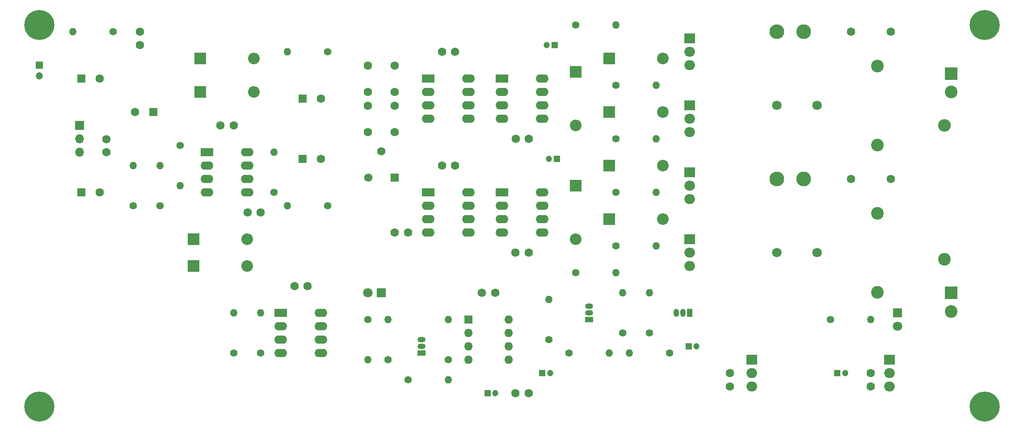
<source format=gbr>
%TF.GenerationSoftware,KiCad,Pcbnew,8.0.1*%
%TF.CreationDate,2024-06-11T22:01:04-04:00*%
%TF.ProjectId,classd-amp,636c6173-7364-42d6-916d-702e6b696361,rev?*%
%TF.SameCoordinates,Original*%
%TF.FileFunction,Soldermask,Top*%
%TF.FilePolarity,Negative*%
%FSLAX46Y46*%
G04 Gerber Fmt 4.6, Leading zero omitted, Abs format (unit mm)*
G04 Created by KiCad (PCBNEW 8.0.1) date 2024-06-11 22:01:04*
%MOMM*%
%LPD*%
G01*
G04 APERTURE LIST*
%ADD10C,1.400000*%
%ADD11O,1.400000X1.400000*%
%ADD12R,2.000000X1.905000*%
%ADD13O,2.000000X1.905000*%
%ADD14R,2.200000X2.200000*%
%ADD15O,2.200000X2.200000*%
%ADD16C,1.600000*%
%ADD17C,1.800000*%
%ADD18R,1.350000X1.350000*%
%ADD19O,1.350000X1.350000*%
%ADD20R,2.400000X1.600000*%
%ADD21O,2.400000X1.600000*%
%ADD22R,1.800000X1.800000*%
%ADD23C,2.800000*%
%ADD24O,2.800000X2.800000*%
%ADD25R,1.600000X1.600000*%
%ADD26C,5.700000*%
%ADD27C,2.400000*%
%ADD28R,2.400000X2.400000*%
%ADD29R,1.700000X1.700000*%
%ADD30O,1.700000X1.700000*%
%ADD31O,1.600000X1.600000*%
%ADD32R,1.500000X1.050000*%
%ADD33O,1.500000X1.050000*%
%ADD34R,1.200000X1.200000*%
%ADD35C,1.200000*%
%ADD36R,1.050000X1.500000*%
%ADD37O,1.050000X1.500000*%
%ADD38O,2.400000X2.400000*%
%ADD39R,1.560000X1.560000*%
%ADD40C,1.560000*%
G04 APERTURE END LIST*
D10*
%TO.C,R8*%
X180340000Y-67310000D03*
D11*
X187960000Y-67310000D03*
%TD*%
D12*
%TO.C,Q3*%
X201930000Y-48260000D03*
D13*
X201930000Y-50800000D03*
X201930000Y-53340000D03*
%TD*%
D14*
%TO.C,D2*%
X180340000Y-50800000D03*
D15*
X180340000Y-60960000D03*
%TD*%
D16*
%TO.C,C23*%
X239970000Y-21590000D03*
X232470000Y-21590000D03*
%TD*%
D17*
%TO.C,L1*%
X218440000Y-63500000D03*
X226060000Y-63500000D03*
%TD*%
D10*
%TO.C,R11*%
X187960000Y-52070000D03*
D11*
X195580000Y-52070000D03*
%TD*%
D14*
%TO.C,D17*%
X109220000Y-33020000D03*
D15*
X119380000Y-33020000D03*
%TD*%
D18*
%TO.C,INPUT*%
X78740000Y-27940000D03*
D19*
X78740000Y-29940000D03*
%TD*%
D12*
%TO.C,Q4*%
X201930000Y-60960000D03*
D13*
X201930000Y-63500000D03*
X201930000Y-66040000D03*
%TD*%
D10*
%TO.C,R12*%
X187960000Y-62230000D03*
D11*
X195580000Y-62230000D03*
%TD*%
D20*
%TO.C,U1*%
X110475000Y-44460000D03*
D21*
X110475000Y-47000000D03*
X110475000Y-49540000D03*
X110475000Y-52080000D03*
X118095000Y-52080000D03*
X118095000Y-49540000D03*
X118095000Y-47000000D03*
X118095000Y-44460000D03*
%TD*%
D10*
%TO.C,R21*%
X140970000Y-76200000D03*
D11*
X140970000Y-83820000D03*
%TD*%
D14*
%TO.C,D15*%
X107950000Y-60960000D03*
D15*
X118110000Y-60960000D03*
%TD*%
D16*
%TO.C,C3*%
X113030000Y-39370000D03*
X115530000Y-39370000D03*
%TD*%
%TO.C,C14*%
X171410000Y-63500000D03*
X168910000Y-63500000D03*
%TD*%
D10*
%TO.C,R9*%
X187960000Y-31750000D03*
D11*
X195580000Y-31750000D03*
%TD*%
D10*
%TO.C,R25*%
X148590000Y-87630000D03*
D11*
X156210000Y-87630000D03*
%TD*%
D10*
%TO.C,R15*%
X120665000Y-82550000D03*
D11*
X120665000Y-74930000D03*
%TD*%
D16*
%TO.C,C30*%
X171410000Y-90170000D03*
X168910000Y-90170000D03*
%TD*%
D22*
%TO.C,D7*%
X143510000Y-71120000D03*
D17*
X140970000Y-71120000D03*
%TD*%
D23*
%TO.C,R13*%
X223520000Y-21590000D03*
D24*
X218440000Y-21590000D03*
%TD*%
D14*
%TO.C,D1*%
X180340000Y-29210000D03*
D15*
X180340000Y-39370000D03*
%TD*%
D12*
%TO.C,Q2*%
X201930000Y-35560000D03*
D13*
X201930000Y-38100000D03*
X201930000Y-40640000D03*
%TD*%
D16*
%TO.C,C10*%
X140970000Y-32980000D03*
X140970000Y-27980000D03*
%TD*%
%TO.C,C13*%
X171450000Y-41910000D03*
X168950000Y-41910000D03*
%TD*%
D10*
%TO.C,R16*%
X115570000Y-82560000D03*
D11*
X115570000Y-74940000D03*
%TD*%
D25*
%TO.C,C5*%
X128580000Y-34290000D03*
D16*
X132080000Y-34290000D03*
%TD*%
D10*
%TO.C,R10*%
X187960000Y-41910000D03*
D11*
X195580000Y-41910000D03*
%TD*%
D10*
%TO.C,R22*%
X144780000Y-83820000D03*
D11*
X144780000Y-76200000D03*
%TD*%
D26*
%TO.C,REF\u002A\u002A*%
X257810000Y-20320000D03*
%TD*%
D10*
%TO.C,R41*%
X92710000Y-21590000D03*
D11*
X85090000Y-21590000D03*
%TD*%
D14*
%TO.C,D18*%
X109220000Y-26670000D03*
D15*
X119380000Y-26670000D03*
%TD*%
D12*
%TO.C,U8*%
X213685000Y-83820000D03*
D13*
X213685000Y-86360000D03*
X213685000Y-88900000D03*
%TD*%
D20*
%TO.C,U9*%
X124445000Y-74940000D03*
D21*
X124445000Y-77480000D03*
X124445000Y-80020000D03*
X124445000Y-82560000D03*
X132065000Y-82560000D03*
X132065000Y-80020000D03*
X132065000Y-77480000D03*
X132065000Y-74940000D03*
%TD*%
D27*
%TO.C,C21*%
X237490000Y-71000000D03*
X237490000Y-56000000D03*
%TD*%
D16*
%TO.C,C27*%
X209550000Y-88860000D03*
X209550000Y-86360000D03*
%TD*%
%TO.C,C25*%
X236220000Y-88860000D03*
X236220000Y-86360000D03*
%TD*%
D12*
%TO.C,U7*%
X239776000Y-83820000D03*
D13*
X239776000Y-86360000D03*
X239776000Y-88900000D03*
%TD*%
D10*
%TO.C,R24*%
X175260000Y-80010000D03*
D11*
X175260000Y-72390000D03*
%TD*%
D28*
%TO.C,J3*%
X251460000Y-29520000D03*
D27*
X251460000Y-33020000D03*
%TD*%
D16*
%TO.C,C24*%
X239970000Y-49530000D03*
X232470000Y-49530000D03*
%TD*%
%TO.C,C9*%
X146050000Y-35600000D03*
X146050000Y-40600000D03*
%TD*%
%TO.C,C12*%
X154965000Y-47000000D03*
X157465000Y-47000000D03*
%TD*%
D29*
%TO.C,RV1*%
X86360000Y-39370000D03*
D30*
X86360000Y-41910000D03*
X86360000Y-44450000D03*
%TD*%
D25*
%TO.C,U3*%
X160030000Y-76210000D03*
D31*
X160030000Y-78750000D03*
X160030000Y-81290000D03*
X160030000Y-83830000D03*
X167650000Y-83830000D03*
X167650000Y-81290000D03*
X167650000Y-78750000D03*
X167650000Y-76210000D03*
%TD*%
D10*
%TO.C,R43*%
X179070000Y-82550000D03*
D11*
X186690000Y-82550000D03*
%TD*%
D14*
%TO.C,D3*%
X186690000Y-26670000D03*
D15*
X196850000Y-26670000D03*
%TD*%
D32*
%TO.C,Q7*%
X151130000Y-82550000D03*
D33*
X151130000Y-81280000D03*
X151130000Y-80010000D03*
%TD*%
D25*
%TO.C,C4*%
X86670000Y-52070000D03*
D16*
X90170000Y-52070000D03*
%TD*%
D14*
%TO.C,D16*%
X107950000Y-66040000D03*
D15*
X118110000Y-66040000D03*
%TD*%
D20*
%TO.C,U2*%
X152385000Y-30490000D03*
D21*
X152385000Y-33030000D03*
X152385000Y-35570000D03*
X152385000Y-38110000D03*
X160005000Y-38110000D03*
X160005000Y-35570000D03*
X160005000Y-33030000D03*
X160005000Y-30490000D03*
%TD*%
D20*
%TO.C,U4*%
X152385000Y-52080000D03*
D21*
X152385000Y-54620000D03*
X152385000Y-57160000D03*
X152385000Y-59700000D03*
X160005000Y-59700000D03*
X160005000Y-57160000D03*
X160005000Y-54620000D03*
X160005000Y-52080000D03*
%TD*%
D16*
%TO.C,C17*%
X165060000Y-71120000D03*
X162560000Y-71120000D03*
%TD*%
D28*
%TO.C,J1*%
X251460000Y-71120000D03*
D27*
X251460000Y-74620000D03*
%TD*%
D34*
%TO.C,C29*%
X173990000Y-86360000D03*
D35*
X175490000Y-86360000D03*
%TD*%
D14*
%TO.C,D6*%
X186690000Y-57150000D03*
D15*
X196850000Y-57150000D03*
%TD*%
D20*
%TO.C,U6*%
X166355000Y-52080000D03*
D21*
X166355000Y-54620000D03*
X166355000Y-57160000D03*
X166355000Y-59700000D03*
X173975000Y-59700000D03*
X173975000Y-57160000D03*
X173975000Y-54620000D03*
X173975000Y-52080000D03*
%TD*%
D16*
%TO.C,C8*%
X146050000Y-32980000D03*
X146050000Y-27980000D03*
%TD*%
D20*
%TO.C,U5*%
X166355000Y-30490000D03*
D21*
X166355000Y-33030000D03*
X166355000Y-35570000D03*
X166355000Y-38110000D03*
X173975000Y-38110000D03*
X173975000Y-35570000D03*
X173975000Y-33030000D03*
X173975000Y-30490000D03*
%TD*%
D36*
%TO.C,Q5*%
X201930000Y-74930000D03*
D37*
X200660000Y-74930000D03*
X199390000Y-74930000D03*
%TD*%
D10*
%TO.C,R4*%
X123190000Y-52070000D03*
D11*
X123190000Y-44450000D03*
%TD*%
D14*
%TO.C,D4*%
X186690000Y-36830000D03*
D15*
X196850000Y-36830000D03*
%TD*%
D10*
%TO.C,R19*%
X194310000Y-78740000D03*
D11*
X194310000Y-71120000D03*
%TD*%
D26*
%TO.C,*%
X78740000Y-92710000D03*
%TD*%
D25*
%TO.C,C6*%
X128580000Y-45720000D03*
D16*
X132080000Y-45720000D03*
%TD*%
D12*
%TO.C,Q1*%
X201930000Y-22860000D03*
D13*
X201930000Y-25400000D03*
X201930000Y-27940000D03*
%TD*%
D16*
%TO.C,C11*%
X140970000Y-40600000D03*
X140970000Y-35600000D03*
%TD*%
%TO.C,C58*%
X91440000Y-41950000D03*
X91440000Y-44450000D03*
%TD*%
%TO.C,C32*%
X127025000Y-69860000D03*
X129525000Y-69860000D03*
%TD*%
D10*
%TO.C,R3*%
X105410000Y-43180000D03*
D11*
X105410000Y-50800000D03*
%TD*%
D17*
%TO.C,L2*%
X218440000Y-35560000D03*
X226060000Y-35560000D03*
%TD*%
D34*
%TO.C,C16*%
X176760000Y-45720000D03*
D35*
X175260000Y-45720000D03*
%TD*%
D22*
%TO.C,D14*%
X241300000Y-74930000D03*
D17*
X241300000Y-77470000D03*
%TD*%
D26*
%TO.C,REF\u002A\u002A*%
X78740000Y-20320000D03*
%TD*%
D23*
%TO.C,R14*%
X223520000Y-49530000D03*
D24*
X218440000Y-49530000D03*
%TD*%
D26*
%TO.C,REF\u002A\u002A*%
X257810000Y-92710000D03*
%TD*%
D10*
%TO.C,R23*%
X198120000Y-82550000D03*
D11*
X190500000Y-82550000D03*
%TD*%
D16*
%TO.C,C61*%
X148550000Y-59690000D03*
X146050000Y-59690000D03*
%TD*%
D10*
%TO.C,R7*%
X180340000Y-20320000D03*
D11*
X187960000Y-20320000D03*
%TD*%
D32*
%TO.C,Q6*%
X182880000Y-76200000D03*
D33*
X182880000Y-74930000D03*
X182880000Y-73660000D03*
%TD*%
D16*
%TO.C,C62*%
X118150000Y-55880000D03*
X120650000Y-55880000D03*
%TD*%
D34*
%TO.C,C15*%
X176300000Y-24130000D03*
D35*
X174800000Y-24130000D03*
%TD*%
D25*
%TO.C,C1*%
X86670000Y-30480000D03*
D16*
X90170000Y-30480000D03*
%TD*%
D34*
%TO.C,C28*%
X201700000Y-81280000D03*
D35*
X203200000Y-81280000D03*
%TD*%
D34*
%TO.C,C31*%
X163600000Y-90170000D03*
D35*
X165100000Y-90170000D03*
%TD*%
D16*
%TO.C,C7*%
X154980000Y-25400000D03*
X157480000Y-25400000D03*
%TD*%
D10*
%TO.C,R1*%
X96520000Y-54610000D03*
D11*
X96520000Y-46990000D03*
%TD*%
D34*
%TO.C,C26*%
X229870000Y-86360000D03*
D35*
X231370000Y-86360000D03*
%TD*%
D27*
%TO.C,R17*%
X250190000Y-64770000D03*
D38*
X250190000Y-39370000D03*
%TD*%
D10*
%TO.C,R18*%
X156210000Y-83820000D03*
D11*
X156210000Y-76200000D03*
%TD*%
D10*
%TO.C,R5*%
X133350000Y-25400000D03*
D11*
X125730000Y-25400000D03*
%TD*%
D25*
%TO.C,C2*%
X100330000Y-36830000D03*
D16*
X96830000Y-36830000D03*
%TD*%
D14*
%TO.C,D5*%
X186690000Y-46990000D03*
D15*
X196850000Y-46990000D03*
%TD*%
D10*
%TO.C,R40*%
X228600000Y-76200000D03*
D11*
X236220000Y-76200000D03*
%TD*%
D10*
%TO.C,R6*%
X133350000Y-54610000D03*
D11*
X125730000Y-54610000D03*
%TD*%
D10*
%TO.C,R20*%
X189230000Y-78740000D03*
D11*
X189230000Y-71120000D03*
%TD*%
D27*
%TO.C,C22*%
X237490000Y-43060000D03*
X237490000Y-28060000D03*
%TD*%
D16*
%TO.C,C60*%
X97790000Y-24090000D03*
X97790000Y-21590000D03*
%TD*%
D10*
%TO.C,R2*%
X101600000Y-54610000D03*
D11*
X101600000Y-46990000D03*
%TD*%
D39*
%TO.C,RV2*%
X146010000Y-49230000D03*
D40*
X143510000Y-44230000D03*
X141010000Y-49230000D03*
%TD*%
M02*

</source>
